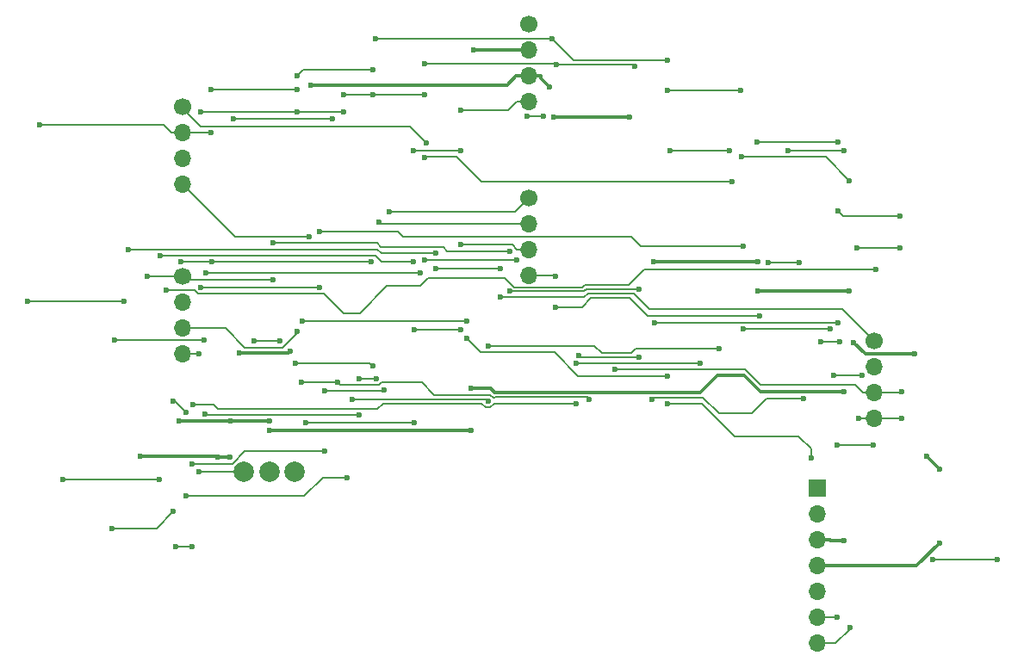
<source format=gbr>
G04 #@! TF.GenerationSoftware,KiCad,Pcbnew,9.0.0*
G04 #@! TF.CreationDate,2025-03-30T21:58:58+09:00*
G04 #@! TF.ProjectId,nofy,6e6f6679-2e6b-4696-9361-645f70636258,rev?*
G04 #@! TF.SameCoordinates,Original*
G04 #@! TF.FileFunction,Copper,L1,Top*
G04 #@! TF.FilePolarity,Positive*
%FSLAX46Y46*%
G04 Gerber Fmt 4.6, Leading zero omitted, Abs format (unit mm)*
G04 Created by KiCad (PCBNEW 9.0.0) date 2025-03-30 21:58:58*
%MOMM*%
%LPD*%
G01*
G04 APERTURE LIST*
G04 #@! TA.AperFunction,ComponentPad*
%ADD10C,1.700000*%
G04 #@! TD*
G04 #@! TA.AperFunction,ComponentPad*
%ADD11O,1.700000X1.700000*%
G04 #@! TD*
G04 #@! TA.AperFunction,ComponentPad*
%ADD12R,1.700000X1.700000*%
G04 #@! TD*
G04 #@! TA.AperFunction,ComponentPad*
%ADD13C,2.000000*%
G04 #@! TD*
G04 #@! TA.AperFunction,ViaPad*
%ADD14C,0.600000*%
G04 #@! TD*
G04 #@! TA.AperFunction,Conductor*
%ADD15C,0.200000*%
G04 #@! TD*
G04 #@! TA.AperFunction,Conductor*
%ADD16C,0.350000*%
G04 #@! TD*
G04 APERTURE END LIST*
D10*
X101373500Y-59033000D03*
D11*
X101373500Y-61573000D03*
X101373500Y-64113000D03*
X101373500Y-66653000D03*
D10*
X67373500Y-27933000D03*
D11*
X67373500Y-30473000D03*
X67373500Y-33013000D03*
X67373500Y-35553000D03*
D10*
X33373500Y-36038000D03*
D11*
X33373500Y-38578000D03*
X33373500Y-41118000D03*
X33373500Y-43658000D03*
D10*
X33373500Y-52733000D03*
D11*
X33373500Y-55273000D03*
X33373500Y-57813000D03*
X33373500Y-60353000D03*
D12*
X95773500Y-73573000D03*
D11*
X95773500Y-76113000D03*
X95773500Y-78653000D03*
X95773500Y-81193000D03*
X95773500Y-83733000D03*
X95773500Y-86273000D03*
X95773500Y-88813000D03*
D10*
X67373500Y-44993000D03*
D11*
X67373500Y-47533000D03*
X67373500Y-50073000D03*
X67373500Y-52613000D03*
D13*
X39363500Y-71933000D03*
X44363500Y-71933000D03*
X41863500Y-71933000D03*
D14*
X44600000Y-33013000D03*
X80996100Y-34384800D03*
X36121200Y-38578000D03*
X97763100Y-46233200D03*
X69653800Y-29313100D03*
X80996100Y-31422700D03*
X97763100Y-39518500D03*
X88200000Y-34384800D03*
X44600000Y-34329800D03*
X52073500Y-32411400D03*
X103900000Y-46815000D03*
X36121200Y-34359700D03*
X52324800Y-29345100D03*
X19329900Y-37818000D03*
X89826900Y-39518500D03*
X48050000Y-37200000D03*
X38323500Y-37200000D03*
X77837500Y-32037200D03*
X49163900Y-36553600D03*
X49163900Y-34800900D03*
X57134500Y-34800900D03*
X88291800Y-40933600D03*
X87082200Y-40309000D03*
X35118900Y-36558500D03*
X98923900Y-43271100D03*
X44600000Y-36558500D03*
X103900000Y-49892200D03*
X70100000Y-31861300D03*
X52073500Y-34800900D03*
X57134500Y-31830800D03*
X81256400Y-40309000D03*
X99676200Y-49892200D03*
X42927300Y-59052200D03*
X40361800Y-59052200D03*
X44412200Y-61213900D03*
X52050000Y-61518800D03*
X73300000Y-64773800D03*
X48600000Y-63141400D03*
X104073500Y-64041500D03*
X45769000Y-48840800D03*
X45071800Y-63141400D03*
X75889400Y-61861800D03*
X42221000Y-49442500D03*
X78185800Y-53967400D03*
X27600000Y-55119500D03*
X18100000Y-55119500D03*
X97788400Y-57250100D03*
X65482500Y-50244700D03*
X29869500Y-52733000D03*
X65482500Y-54169100D03*
X99772200Y-66653000D03*
X42221000Y-53013100D03*
X79720500Y-57250100D03*
X104073500Y-66653000D03*
X21559600Y-72700000D03*
X31050000Y-72700000D03*
X78223500Y-60637300D03*
X72319452Y-60507459D03*
X98364800Y-40309000D03*
X92876100Y-40309000D03*
X79500000Y-64773800D03*
X94380800Y-64696000D03*
X34300000Y-79300000D03*
X32700000Y-79300000D03*
X69977600Y-52700000D03*
X69977600Y-55735700D03*
X90118500Y-56563300D03*
X80996100Y-62486300D03*
X80996100Y-65233600D03*
X44598300Y-58081600D03*
X61289800Y-58775800D03*
X61289800Y-57108000D03*
X45142500Y-57108000D03*
X95120200Y-70584700D03*
X96128300Y-59177500D03*
X57107100Y-40984200D03*
X87360900Y-43405100D03*
X93962700Y-51381900D03*
X90929300Y-51381900D03*
X98967700Y-87259800D03*
X97931400Y-59177500D03*
X57335400Y-39543000D03*
X36848500Y-70497300D03*
X38006200Y-70497300D03*
X45947500Y-33880900D03*
X43921600Y-60101200D03*
X99337600Y-59192600D03*
X38946300Y-60229300D03*
X105297300Y-60346300D03*
X77278500Y-37066300D03*
X107763800Y-71677400D03*
X106498400Y-70412000D03*
X89944200Y-54152100D03*
X69824700Y-37066300D03*
X89944200Y-51292500D03*
X107763800Y-78937700D03*
X98846700Y-54152100D03*
X79700000Y-51292500D03*
X29228500Y-70431100D03*
X69425500Y-34085600D03*
X46854300Y-48339300D03*
X88473900Y-57890000D03*
X100127900Y-62470800D03*
X97329700Y-62470800D03*
X35153800Y-53811500D03*
X97034500Y-57890000D03*
X97730900Y-69295400D03*
X97730900Y-86273000D03*
X88473900Y-49767200D03*
X46854300Y-53811500D03*
X101292200Y-69295400D03*
X36255600Y-51279700D03*
X33223500Y-51279700D03*
X51927800Y-51287400D03*
X26650000Y-58964700D03*
X35643400Y-52392800D03*
X67223500Y-36954200D03*
X68792800Y-36954200D03*
X57134500Y-51087400D03*
X66209900Y-51087400D03*
X56758000Y-52392800D03*
X35452200Y-58964700D03*
X32429300Y-75854200D03*
X34343600Y-65333000D03*
X84223500Y-61239900D03*
X26400000Y-77500000D03*
X72048000Y-65219500D03*
X72048000Y-61260000D03*
X33673600Y-66062400D03*
X49559800Y-72495100D03*
X86077300Y-59843500D03*
X63368100Y-59548700D03*
X33673600Y-74324500D03*
X63368100Y-64977200D03*
X50070800Y-64793400D03*
X32382755Y-64942122D03*
X31768500Y-54084600D03*
X101523500Y-52008600D03*
X113423500Y-80540200D03*
X107131100Y-80540200D03*
X64555100Y-51952400D03*
X58266300Y-51952400D03*
X58266300Y-50446000D03*
X64555100Y-54770800D03*
X28050000Y-50100000D03*
X61685300Y-67858400D03*
X33038500Y-66967900D03*
X38118500Y-66967900D03*
X98354600Y-78679100D03*
X61685300Y-63731500D03*
X41863500Y-67858400D03*
X61970000Y-30473000D03*
X41863500Y-66967900D03*
X98354600Y-64013900D03*
X34943600Y-71933000D03*
X34943600Y-60353000D03*
X53155500Y-63912500D03*
X47347500Y-64007400D03*
X47347500Y-69930000D03*
X34308500Y-71152400D03*
X53708200Y-46364600D03*
X60701100Y-36378900D03*
X60701100Y-40358000D03*
X31119400Y-50646100D03*
X56033700Y-51224900D03*
X56033700Y-40358000D03*
X56101900Y-57915400D03*
X60680200Y-57915400D03*
X45438300Y-67073400D03*
X56101900Y-67073400D03*
X60680200Y-49608600D03*
X35578500Y-66280600D03*
X50672500Y-62783100D03*
X52649700Y-47347200D03*
X50672500Y-66365100D03*
X52405200Y-62783100D03*
D15*
X69653800Y-29313100D02*
X71763400Y-31422700D01*
X52073500Y-32411400D02*
X45201600Y-32411400D01*
X44600000Y-34329800D02*
X44570100Y-34359700D01*
X60994600Y-29345100D02*
X61026600Y-29313100D01*
X103868000Y-46783000D02*
X103900000Y-46815000D01*
X88200000Y-34384800D02*
X80996100Y-34384800D01*
X31461800Y-37818000D02*
X19329900Y-37818000D01*
X98312900Y-46783000D02*
X103868000Y-46783000D01*
X61026600Y-29313100D02*
X69653800Y-29313100D01*
X32221800Y-38578000D02*
X31461800Y-37818000D01*
X44570100Y-34359700D02*
X36121200Y-34359700D01*
X71763400Y-31422700D02*
X80996100Y-31422700D01*
X33373500Y-38578000D02*
X32221800Y-38578000D01*
X52324800Y-29345100D02*
X60994600Y-29345100D01*
X45201600Y-32411400D02*
X44600000Y-33013000D01*
X33373500Y-38578000D02*
X36121200Y-38578000D01*
X89826900Y-39518500D02*
X97763100Y-39518500D01*
X97763100Y-46233200D02*
X98312900Y-46783000D01*
X48050000Y-37200000D02*
X38323500Y-37200000D01*
X70069500Y-31830800D02*
X57134500Y-31830800D01*
X35118900Y-36558500D02*
X44600000Y-36558500D01*
X49163900Y-34800900D02*
X52073500Y-34800900D01*
X96586400Y-40933600D02*
X98923900Y-43271100D01*
X103900000Y-49892200D02*
X99676200Y-49892200D01*
X44600000Y-36558500D02*
X44604900Y-36553600D01*
X44604900Y-36553600D02*
X49163900Y-36553600D01*
X88291800Y-40933600D02*
X96586400Y-40933600D01*
X70100000Y-31861300D02*
X70069500Y-31830800D01*
X77661600Y-31861300D02*
X77837500Y-32037200D01*
X81256400Y-40309000D02*
X87082200Y-40309000D01*
X70100000Y-31861300D02*
X77661600Y-31861300D01*
X52073500Y-34800900D02*
X57134500Y-34800900D01*
X40361800Y-59052200D02*
X42927300Y-59052200D01*
X44412200Y-61213900D02*
X51745100Y-61213900D01*
X51745100Y-61213900D02*
X52050000Y-61518800D01*
X73117200Y-64591000D02*
X64102200Y-64591000D01*
X99482200Y-63373400D02*
X100221800Y-64113000D01*
X52654400Y-63384800D02*
X48843400Y-63384800D01*
X64102200Y-64591000D02*
X64008800Y-64684400D01*
X73300000Y-64773800D02*
X73117200Y-64591000D01*
X75910600Y-61883000D02*
X88672600Y-61883000D01*
X88672600Y-61883000D02*
X90163000Y-63373400D01*
X90163000Y-63373400D02*
X99482200Y-63373400D01*
X48843400Y-63384800D02*
X48600000Y-63141400D01*
X63617300Y-64375500D02*
X58102100Y-64375500D01*
X52897800Y-63141400D02*
X52654400Y-63384800D01*
X100221800Y-64113000D02*
X101373500Y-64113000D01*
X33373500Y-43658000D02*
X38556300Y-48840800D01*
X58102100Y-64375500D02*
X56868000Y-63141400D01*
X56868000Y-63141400D02*
X52897800Y-63141400D01*
X75889400Y-61861800D02*
X75910600Y-61883000D01*
X104073500Y-64041500D02*
X104002000Y-64113000D01*
X63926200Y-64684400D02*
X63617300Y-64375500D01*
X45071800Y-63141400D02*
X48600000Y-63141400D01*
X38556300Y-48840800D02*
X45769000Y-48840800D01*
X104002000Y-64113000D02*
X101373500Y-64113000D01*
X64008800Y-64684400D02*
X63926200Y-64684400D01*
X58975500Y-49844300D02*
X52862300Y-49844300D01*
X59375900Y-50244700D02*
X58975500Y-49844300D01*
X65482500Y-50244700D02*
X59375900Y-50244700D01*
X52460500Y-49442500D02*
X42221000Y-49442500D01*
X33653600Y-53013100D02*
X42221000Y-53013100D01*
X52862300Y-49844300D02*
X52460500Y-49442500D01*
X72839000Y-54169100D02*
X65482500Y-54169100D01*
X97788400Y-57250100D02*
X79720500Y-57250100D01*
X104073500Y-66653000D02*
X101373500Y-66653000D01*
X33373500Y-52733000D02*
X29869500Y-52733000D01*
X73040700Y-53967400D02*
X72839000Y-54169100D01*
X78185800Y-53967400D02*
X73040700Y-53967400D01*
X33373500Y-52733000D02*
X33653600Y-53013100D01*
X27600000Y-55119500D02*
X18100000Y-55119500D01*
X101373500Y-66653000D02*
X99772200Y-66653000D01*
X21559600Y-72700000D02*
X31050000Y-72700000D01*
X72319452Y-60507459D02*
X72374359Y-60507459D01*
X78198900Y-60661900D02*
X78223500Y-60637300D01*
X72374359Y-60507459D02*
X72528800Y-60661900D01*
X72528800Y-60661900D02*
X78198900Y-60661900D01*
X92876100Y-40309000D02*
X98364800Y-40309000D01*
X79500000Y-64773800D02*
X79670100Y-64603700D01*
X90779100Y-64696000D02*
X94380800Y-64696000D01*
X89323600Y-66151500D02*
X90779100Y-64696000D01*
X86057500Y-66151500D02*
X89323600Y-66151500D01*
X84509700Y-64603700D02*
X86057500Y-66151500D01*
X79670100Y-64603700D02*
X84509700Y-64603700D01*
X34300000Y-79300000D02*
X32700000Y-79300000D01*
X73523500Y-54820800D02*
X77301400Y-54820800D01*
X72608600Y-55735700D02*
X73523500Y-54820800D01*
X69977600Y-52700000D02*
X69890600Y-52613000D01*
X69890600Y-52613000D02*
X67373500Y-52613000D01*
X79043900Y-56563300D02*
X90118500Y-56563300D01*
X77301400Y-54820800D02*
X79043900Y-56563300D01*
X69977600Y-55735700D02*
X72608600Y-55735700D01*
X95120200Y-70584700D02*
X95120200Y-69676100D01*
X39430700Y-59697400D02*
X37546300Y-57813000D01*
X69910300Y-60150500D02*
X72246100Y-62486300D01*
X44598300Y-58081600D02*
X44598300Y-58306800D01*
X44598300Y-58306800D02*
X43207700Y-59697400D01*
X87650100Y-68464300D02*
X84419400Y-65233600D01*
X61289800Y-58775800D02*
X62664500Y-60150500D01*
X37546300Y-57813000D02*
X33373500Y-57813000D01*
X84419400Y-65233600D02*
X80996100Y-65233600D01*
X95120200Y-69676100D02*
X93908400Y-68464300D01*
X43207700Y-59697400D02*
X39430700Y-59697400D01*
X72246100Y-62486300D02*
X80996100Y-62486300D01*
X62664500Y-60150500D02*
X69910300Y-60150500D01*
X45142500Y-57108000D02*
X61289800Y-57108000D01*
X93908400Y-68464300D02*
X87650100Y-68464300D01*
X87360900Y-43405100D02*
X62750800Y-43405100D01*
X95773500Y-88813000D02*
X97543500Y-88813000D01*
X57177200Y-40914100D02*
X57107100Y-40984200D01*
X33373500Y-36038000D02*
X33373500Y-36187700D01*
X35136000Y-37950200D02*
X55742600Y-37950200D01*
X62750800Y-43405100D02*
X60259800Y-40914100D01*
X33373500Y-36187700D02*
X35136000Y-37950200D01*
X90929300Y-51381900D02*
X93962700Y-51381900D01*
X60259800Y-40914100D02*
X57177200Y-40914100D01*
X97543500Y-88813000D02*
X98967700Y-87388800D01*
X98967700Y-87388800D02*
X98967700Y-87259800D01*
X55742600Y-37950200D02*
X57335400Y-39543000D01*
X96128300Y-59177500D02*
X97931400Y-59177500D01*
D16*
X95773500Y-81193000D02*
X105508500Y-81193000D01*
X107763800Y-71677400D02*
X106498400Y-70412000D01*
X36782300Y-70431100D02*
X29228500Y-70431100D01*
X43793500Y-60229300D02*
X43921600Y-60101200D01*
X68600200Y-33260300D02*
X68600200Y-33013000D01*
X65278900Y-33880900D02*
X66146800Y-33013000D01*
X100491300Y-60346300D02*
X99337600Y-59192600D01*
X67373500Y-33013000D02*
X68600200Y-33013000D01*
X105508500Y-81193000D02*
X107763800Y-78937700D01*
X98846700Y-54152100D02*
X89944200Y-54152100D01*
X45947500Y-33880900D02*
X65278900Y-33880900D01*
X38946300Y-60229300D02*
X43793500Y-60229300D01*
X67107800Y-33013000D02*
X66146800Y-33013000D01*
X36848500Y-70497300D02*
X36782300Y-70431100D01*
X36848500Y-70497300D02*
X38006200Y-70497300D01*
X105297300Y-60346300D02*
X100491300Y-60346300D01*
X69425500Y-34085600D02*
X68600200Y-33260300D01*
X89944200Y-51292500D02*
X79700000Y-51292500D01*
X77278500Y-37066300D02*
X69824700Y-37066300D01*
X67107800Y-33013000D02*
X67373500Y-33013000D01*
D15*
X55026800Y-48840300D02*
X54525800Y-48339300D01*
X54525800Y-48339300D02*
X46854300Y-48339300D01*
X77487200Y-48840300D02*
X55026800Y-48840300D01*
X88473900Y-49767200D02*
X78414100Y-49767200D01*
X46854300Y-53811500D02*
X35153800Y-53811500D01*
X95773500Y-86273000D02*
X97730900Y-86273000D01*
X88473900Y-57890000D02*
X97034500Y-57890000D01*
X100127900Y-62470800D02*
X97329700Y-62470800D01*
X78414100Y-49767200D02*
X77487200Y-48840300D01*
X101292200Y-69295400D02*
X97730900Y-69295400D01*
X33223500Y-51279700D02*
X36255600Y-51279700D01*
X51927800Y-51287400D02*
X51920100Y-51279700D01*
X51920100Y-51279700D02*
X36255600Y-51279700D01*
X35643400Y-52392800D02*
X56758000Y-52392800D01*
X67223500Y-36954200D02*
X68792800Y-36954200D01*
X26650000Y-58964700D02*
X35452200Y-58964700D01*
X57134500Y-51087400D02*
X66209900Y-51087400D01*
X63119000Y-65578900D02*
X63617300Y-65578900D01*
X37440500Y-65739700D02*
X52525600Y-65739700D01*
X26400000Y-77500000D02*
X30783500Y-77500000D01*
X36391400Y-65333000D02*
X36798100Y-65739700D01*
X62765100Y-65225000D02*
X63119000Y-65578900D01*
X63976600Y-65219500D02*
X72048000Y-65219500D01*
X72048000Y-61260000D02*
X72068100Y-61239900D01*
X34343600Y-65333000D02*
X36391400Y-65333000D01*
X30783500Y-77500000D02*
X32429300Y-75854200D01*
X52525600Y-65739700D02*
X53040300Y-65225000D01*
X72068100Y-61239900D02*
X84223500Y-61239900D01*
X63976600Y-65219600D02*
X63976600Y-65219500D01*
X63617300Y-65578900D02*
X63976600Y-65219600D01*
X36798100Y-65739700D02*
X37440500Y-65739700D01*
X53040300Y-65225000D02*
X62765100Y-65225000D01*
X74568500Y-60256500D02*
X73860700Y-59548700D01*
X86077300Y-59843500D02*
X77867300Y-59843500D01*
X63184300Y-64793400D02*
X50070800Y-64793400D01*
X32567644Y-64942122D02*
X33440200Y-65814678D01*
X73860700Y-59548700D02*
X63368100Y-59548700D01*
X63368100Y-64977200D02*
X63184300Y-64793400D01*
X45282000Y-74324500D02*
X33673600Y-74324500D01*
X32382755Y-64942122D02*
X32567644Y-64942122D01*
X49559800Y-72495100D02*
X47111400Y-72495100D01*
X47111400Y-72495100D02*
X45282000Y-74324500D01*
X77867300Y-59843500D02*
X77454300Y-60256500D01*
X77454300Y-60256500D02*
X74568500Y-60256500D01*
X33440200Y-65829000D02*
X33673600Y-66062400D01*
X33440200Y-65814678D02*
X33440200Y-65829000D01*
X72673800Y-53766300D02*
X72874400Y-53565700D01*
X53450900Y-53645100D02*
X53450900Y-53645000D01*
X53450900Y-53645000D02*
X56713900Y-53645000D01*
X34904700Y-54413200D02*
X47264300Y-54413200D01*
X49185800Y-56334700D02*
X50761300Y-56334700D01*
X47264300Y-54413200D02*
X49185800Y-56334700D01*
X65930600Y-53766300D02*
X72673800Y-53766300D01*
X72874400Y-53565700D02*
X77181300Y-53565700D01*
X65053400Y-52889100D02*
X65930600Y-53766300D01*
X77181300Y-53565700D02*
X78738400Y-52008600D01*
X56713900Y-53645000D02*
X57469800Y-52889100D01*
X31768500Y-54084600D02*
X34576100Y-54084600D01*
X78738400Y-52008600D02*
X101523500Y-52008600D01*
X57469800Y-52889100D02*
X65053400Y-52889100D01*
X50761300Y-56334700D02*
X53450900Y-53645100D01*
X34576100Y-54084600D02*
X34904700Y-54413200D01*
X107131100Y-80540200D02*
X113423500Y-80540200D01*
X52896000Y-50446000D02*
X58266300Y-50446000D01*
X79209800Y-55899100D02*
X77679800Y-54369100D01*
X28105700Y-50044300D02*
X52494300Y-50044300D01*
X58266300Y-51952400D02*
X64555100Y-51952400D01*
X52494300Y-50044300D02*
X52896000Y-50446000D01*
X73207000Y-54369100D02*
X72805300Y-54770800D01*
X72805300Y-54770800D02*
X64555100Y-54770800D01*
X77679800Y-54369100D02*
X73207000Y-54369100D01*
X98239600Y-55899100D02*
X79209800Y-55899100D01*
X101373500Y-59033000D02*
X98239600Y-55899100D01*
X28050000Y-50100000D02*
X28105700Y-50044300D01*
D16*
X95773500Y-78653000D02*
X97000200Y-78653000D01*
X84261000Y-64098800D02*
X64014700Y-64098800D01*
X97026300Y-78679100D02*
X98354600Y-78679100D01*
X97000200Y-78653000D02*
X97026300Y-78679100D01*
X85960502Y-62399298D02*
X84261000Y-64098800D01*
X41863500Y-67858400D02*
X61685300Y-67858400D01*
X33038500Y-66967900D02*
X38118500Y-66967900D01*
X90130334Y-64013900D02*
X88515732Y-62399298D01*
X98354600Y-64013900D02*
X90130334Y-64013900D01*
X63647400Y-63731500D02*
X61685300Y-63731500D01*
X38118500Y-66967900D02*
X41863500Y-66967900D01*
X64014700Y-64098800D02*
X63647400Y-63731500D01*
X88515732Y-62399298D02*
X85960502Y-62399298D01*
X67373500Y-30473000D02*
X61970000Y-30473000D01*
D15*
X34525200Y-60353000D02*
X34943600Y-60353000D01*
X39363500Y-71933000D02*
X34943600Y-71933000D01*
X33373500Y-60353000D02*
X34525200Y-60353000D01*
X53155500Y-63912500D02*
X53060600Y-64007400D01*
X66001900Y-46364600D02*
X53708200Y-46364600D01*
X53060600Y-64007400D02*
X47347500Y-64007400D01*
X67373500Y-44993000D02*
X66001900Y-46364600D01*
X34308500Y-71152400D02*
X38252600Y-71152400D01*
X38252600Y-71152400D02*
X39475000Y-69930000D01*
X39475000Y-69930000D02*
X47347500Y-69930000D01*
X65395900Y-36378900D02*
X60701100Y-36378900D01*
X31119400Y-50646100D02*
X52327900Y-50646100D01*
X60701100Y-40358000D02*
X56033700Y-40358000D01*
X52906700Y-51224900D02*
X56033700Y-51224900D01*
X67373500Y-35553000D02*
X66221800Y-35553000D01*
X52327900Y-50646100D02*
X52906700Y-51224900D01*
X66221800Y-35553000D02*
X65395900Y-36378900D01*
X56101900Y-57915400D02*
X60680200Y-57915400D01*
X65757400Y-49608600D02*
X60680200Y-49608600D01*
X66221800Y-50073000D02*
X65757400Y-49608600D01*
X67373500Y-50073000D02*
X66221800Y-50073000D01*
X56101900Y-67073400D02*
X45438300Y-67073400D01*
X67373500Y-47533000D02*
X66221800Y-47533000D01*
X66221800Y-47533000D02*
X52835500Y-47533000D01*
X35663000Y-66365100D02*
X50672500Y-66365100D01*
X52835500Y-47533000D02*
X52649700Y-47347200D01*
X52405200Y-62783100D02*
X50672500Y-62783100D01*
X35578500Y-66280600D02*
X35663000Y-66365100D01*
M02*

</source>
